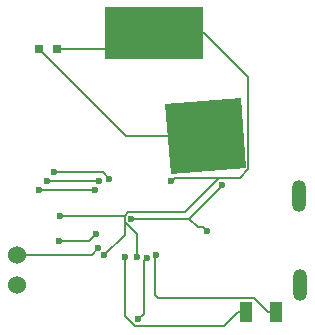
<source format=gbr>
G04 #@! TF.FileFunction,Copper,L2,Bot,Signal*
%FSLAX46Y46*%
G04 Gerber Fmt 4.6, Leading zero omitted, Abs format (unit mm)*
G04 Created by KiCad (PCBNEW 4.0.5+dfsg1-4) date Sun Sep  3 17:00:26 2017*
%MOMM*%
%LPD*%
G01*
G04 APERTURE LIST*
%ADD10C,0.100000*%
%ADD11R,1.000000X1.800000*%
%ADD12O,1.200000X2.700000*%
%ADD13R,8.300000X4.400000*%
%ADD14C,1.524000*%
%ADD15R,0.800000X0.750000*%
%ADD16C,0.600000*%
%ADD17C,0.177800*%
G04 APERTURE END LIST*
D10*
D11*
X117321000Y-84876000D03*
X119821000Y-84876000D03*
D12*
X121900000Y-82600000D03*
X121800000Y-75100000D03*
D10*
G36*
X110945242Y-73241821D02*
X110474487Y-67260317D01*
X116854758Y-66758179D01*
X117325513Y-72739683D01*
X110945242Y-73241821D01*
X110945242Y-73241821D01*
G37*
D13*
X109500000Y-61300000D03*
D14*
X97870000Y-82590000D03*
X97870000Y-80050000D03*
D15*
X101287000Y-62651000D03*
X99787000Y-62651000D03*
D16*
X108157000Y-85511000D03*
X108943200Y-80304000D03*
X104601000Y-78272000D03*
X101426000Y-78907000D03*
X113999000Y-78018000D03*
X115269000Y-74135200D03*
X115269000Y-72430000D03*
X107600000Y-77000000D03*
X101553000Y-76748000D03*
X105283300Y-80100800D03*
X108030000Y-80214285D03*
X110957657Y-73820343D03*
X109695513Y-80106514D03*
X107072454Y-80214286D03*
X104753400Y-79516600D03*
X99775000Y-74589000D03*
X104474000Y-74589000D03*
X100410000Y-73827000D03*
X104855000Y-73827000D03*
X101045000Y-73065000D03*
X105739834Y-73641300D03*
D17*
X108643201Y-85024799D02*
X108157000Y-85511000D01*
X108943200Y-80304000D02*
X108643201Y-80603999D01*
X108643201Y-80603999D02*
X108643201Y-85024799D01*
X107759000Y-70000000D02*
X107903000Y-70000000D01*
X107903000Y-70000000D02*
X113900000Y-70000000D01*
X99787000Y-62651000D02*
X99812000Y-62651000D01*
X99812000Y-62651000D02*
X107161000Y-70000000D01*
X107161000Y-70000000D02*
X107903000Y-70000000D01*
X101426000Y-78907000D02*
X103966000Y-78907000D01*
X103966000Y-78907000D02*
X104601000Y-78272000D01*
X113999000Y-78018000D02*
X113699001Y-77718001D01*
X113699001Y-77718001D02*
X113195001Y-77718001D01*
X113195001Y-77718001D02*
X112477000Y-77000000D01*
X112477000Y-77000000D02*
X115269000Y-74208000D01*
X115269000Y-74208000D02*
X115269000Y-74135200D01*
X107600000Y-77000000D02*
X112477000Y-77000000D01*
X114844736Y-72430000D02*
X115269000Y-72430000D01*
X101287000Y-62651000D02*
X108149000Y-62651000D01*
X108149000Y-62651000D02*
X109500000Y-61300000D01*
X101553000Y-76748000D02*
X107013282Y-76748000D01*
X107013282Y-76748000D02*
X107033299Y-76727983D01*
X105283300Y-80100800D02*
X107033299Y-78350801D01*
X107033299Y-78350801D02*
X107033299Y-77272017D01*
X111257656Y-73520344D02*
X115396000Y-73520344D01*
X112132183Y-76433299D02*
X115045138Y-73520344D01*
X115396000Y-73520344D02*
X116802038Y-73520344D01*
X107327983Y-76433299D02*
X112132183Y-76433299D01*
X115045138Y-73520344D02*
X115396000Y-73520344D01*
X108030000Y-80214285D02*
X108030000Y-78268718D01*
X108030000Y-78268718D02*
X107033299Y-77272017D01*
X107033299Y-76727983D02*
X107327983Y-76433299D01*
X107033299Y-77272017D02*
X107033299Y-76727983D01*
X110957657Y-73820343D02*
X111257656Y-73520344D01*
X116802038Y-73520344D02*
X117512223Y-72810159D01*
X117512223Y-72810159D02*
X117512223Y-65024423D01*
X117512223Y-65024423D02*
X113747800Y-61260000D01*
X113747800Y-61260000D02*
X109420000Y-61260000D01*
X109414000Y-61254000D02*
X109420000Y-61260000D01*
X109554000Y-83431598D02*
X109831701Y-83709299D01*
X109554000Y-80076082D02*
X109554000Y-83431598D01*
X117976499Y-83709299D02*
X119143200Y-84876000D01*
X119143200Y-84876000D02*
X119821000Y-84876000D01*
X109831701Y-83709299D02*
X117976499Y-83709299D01*
X117321000Y-84876000D02*
X116643200Y-84876000D01*
X116643200Y-84876000D02*
X115441499Y-86077701D01*
X115441499Y-86077701D02*
X107884983Y-86077701D01*
X107884983Y-86077701D02*
X107072454Y-85265172D01*
X107072454Y-85265172D02*
X107072454Y-80638550D01*
X107072454Y-80638550D02*
X107072454Y-80214286D01*
X104753400Y-79516600D02*
X104220000Y-80050000D01*
X104220000Y-80050000D02*
X97870000Y-80050000D01*
X104474000Y-74589000D02*
X99775000Y-74589000D01*
X104855000Y-73827000D02*
X100410000Y-73827000D01*
X105739834Y-73641300D02*
X105163534Y-73065000D01*
X105163534Y-73065000D02*
X101045000Y-73065000D01*
M02*

</source>
